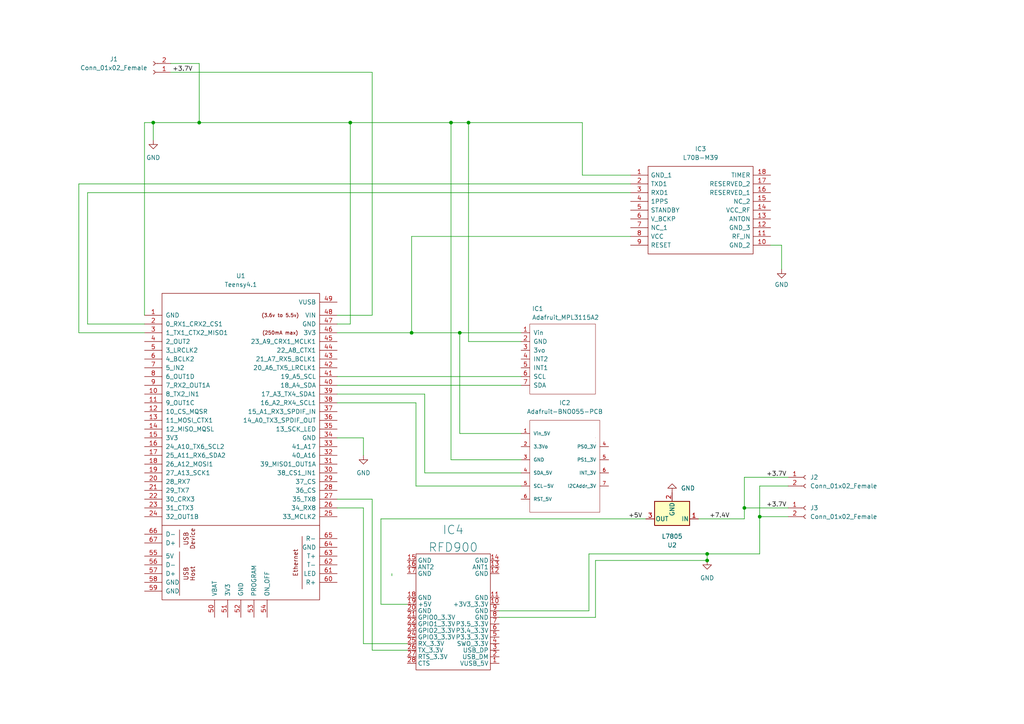
<source format=kicad_sch>
(kicad_sch (version 20211123) (generator eeschema)

  (uuid 7a01c10a-c0f2-4a72-85ca-25996cae50c8)

  (paper "A4")

  (title_block
    (title "Pegasus Flight Computer")
    (date "02/05/2022")
    (rev "1")
  )

  (lib_symbols
    (symbol "Adafruit_BNO055:Adafruit-BNO055-PCB" (pin_names (offset 1.016)) (in_bom yes) (on_board yes)
      (property "Reference" "IC?" (id 0) (at -1.27 14.605 0)
        (effects (font (size 1.27 1.27)) (justify left))
      )
      (property "Value" "Adafruit-BNO055-PCB" (id 1) (at -9.525 12.065 0)
        (effects (font (size 1.27 1.27)) (justify left))
      )
      (property "Footprint" "BNO055:1X10_ROUND_76" (id 2) (at 1.27 9.525 0)
        (effects (font (size 1.27 1.27)) hide)
      )
      (property "Datasheet" "" (id 3) (at -9.525 -18.415 90)
        (effects (font (size 1.27 1.27)) hide)
      )
      (symbol "Adafruit-BNO055-PCB_0_1"
        (rectangle (start -9.525 -18.415) (end 10.795 8.255)
          (stroke (width 0.1016) (type default) (color 0 0 0 0))
          (fill (type none))
        )
        (rectangle (start -8.255 -13.335) (end -8.255 -13.335)
          (stroke (width 0.1016) (type default) (color 0 0 0 0))
          (fill (type none))
        )
        (rectangle (start -8.255 -12.065) (end -8.255 -12.065)
          (stroke (width 0.1016) (type default) (color 0 0 0 0))
          (fill (type none))
        )
      )
      (symbol "Adafruit-BNO055-PCB_1_1"
        (pin power_in line (at 13.335 -14.605 180) (length 2.54)
          (name "Vin_5V" (effects (font (size 0.9906 0.9906))))
          (number "1" (effects (font (size 0.9906 0.9906))))
        )
        (pin bidirectional line (at 13.335 -10.795 180) (length 2.54)
          (name "3.3Vo" (effects (font (size 0.9906 0.9906))))
          (number "2" (effects (font (size 0.9906 0.9906))))
        )
        (pin power_in line (at 13.335 -6.985 180) (length 2.54)
          (name "GND" (effects (font (size 0.9906 0.9906))))
          (number "3" (effects (font (size 0.9906 0.9906))))
        )
        (pin bidirectional line (at -12.065 -10.795 0) (length 2.54)
          (name "PS0_3V" (effects (font (size 0.9906 0.9906))))
          (number "4" (effects (font (size 0.9906 0.9906))))
        )
        (pin bidirectional line (at 13.335 -3.175 180) (length 2.54)
          (name "SDA_5V" (effects (font (size 0.9906 0.9906))))
          (number "4" (effects (font (size 0.9906 0.9906))))
        )
        (pin bidirectional line (at -12.065 -6.985 0) (length 2.54)
          (name "PS1_3V" (effects (font (size 0.9906 0.9906))))
          (number "5" (effects (font (size 0.9906 0.9906))))
        )
        (pin bidirectional line (at 13.335 0.635 180) (length 2.54)
          (name "SCL-5V" (effects (font (size 0.9906 0.9906))))
          (number "5" (effects (font (size 0.9906 0.9906))))
        )
        (pin bidirectional line (at -12.065 -3.175 0) (length 2.54)
          (name "INT_3V" (effects (font (size 0.9906 0.9906))))
          (number "6" (effects (font (size 0.9906 0.9906))))
        )
        (pin bidirectional line (at 13.335 4.445 180) (length 2.54)
          (name "RST_5V" (effects (font (size 0.9906 0.9906))))
          (number "6" (effects (font (size 0.9906 0.9906))))
        )
        (pin bidirectional line (at -12.065 0.635 0) (length 2.54)
          (name "I2CAddr_3V" (effects (font (size 0.9906 0.9906))))
          (number "7" (effects (font (size 0.9906 0.9906))))
        )
      )
    )
    (symbol "Adafruit_MPL3115A2:Adafruit_MPL3115A2" (pin_names (offset 1.016)) (in_bom yes) (on_board yes)
      (property "Reference" "IC?" (id 0) (at 26.67 14.605 0)
        (effects (font (size 1.27 1.27)) (justify left))
      )
      (property "Value" "Adafruit_MPL3115A2" (id 1) (at 18.415 12.065 0)
        (effects (font (size 1.27 1.27)) (justify left))
      )
      (property "Footprint" "MPL3115A2:1x07" (id 2) (at 27.94 9.525 0)
        (effects (font (size 1.27 1.27)) hide)
      )
      (property "Datasheet" "" (id 3) (at 2.2225 7.9375 90)
        (effects (font (size 1.27 1.27)) hide)
      )
      (symbol "Adafruit_MPL3115A2_0_1"
        (rectangle (start 18.7325 8.5725) (end 37.7825 -11.7475)
          (stroke (width 0.1016) (type default) (color 0 0 0 0))
          (fill (type none))
        )
      )
      (symbol "Adafruit_MPL3115A2_1_1"
        (pin bidirectional line (at 16.1925 6.0325 0) (length 2.54)
          (name "Vin" (effects (font (size 1.27 1.27))))
          (number "1" (effects (font (size 1.27 1.27))))
        )
        (pin bidirectional line (at 16.1925 3.4925 0) (length 2.54)
          (name "GND" (effects (font (size 1.27 1.27))))
          (number "2" (effects (font (size 1.27 1.27))))
        )
        (pin bidirectional line (at 16.1925 0.9525 0) (length 2.54)
          (name "3vo" (effects (font (size 1.27 1.27))))
          (number "3" (effects (font (size 1.27 1.27))))
        )
        (pin bidirectional line (at 16.1925 -1.5875 0) (length 2.54)
          (name "INT2" (effects (font (size 1.27 1.27))))
          (number "4" (effects (font (size 1.27 1.27))))
        )
        (pin bidirectional line (at 16.1925 -4.1275 0) (length 2.54)
          (name "INT1" (effects (font (size 1.27 1.27))))
          (number "5" (effects (font (size 1.27 1.27))))
        )
        (pin bidirectional line (at 16.1925 -6.6675 0) (length 2.54)
          (name "SCL" (effects (font (size 1.27 1.27))))
          (number "6" (effects (font (size 1.27 1.27))))
        )
        (pin bidirectional line (at 16.1925 -9.2075 0) (length 2.54)
          (name "SDA" (effects (font (size 1.27 1.27))))
          (number "7" (effects (font (size 1.27 1.27))))
        )
      )
    )
    (symbol "Connector:Conn_01x02_Female" (pin_names (offset 1.016) hide) (in_bom yes) (on_board yes)
      (property "Reference" "J" (id 0) (at 0 2.54 0)
        (effects (font (size 1.27 1.27)))
      )
      (property "Value" "Conn_01x02_Female" (id 1) (at 0 -5.08 0)
        (effects (font (size 1.27 1.27)))
      )
      (property "Footprint" "" (id 2) (at 0 0 0)
        (effects (font (size 1.27 1.27)) hide)
      )
      (property "Datasheet" "~" (id 3) (at 0 0 0)
        (effects (font (size 1.27 1.27)) hide)
      )
      (property "ki_keywords" "connector" (id 4) (at 0 0 0)
        (effects (font (size 1.27 1.27)) hide)
      )
      (property "ki_description" "Generic connector, single row, 01x02, script generated (kicad-library-utils/schlib/autogen/connector/)" (id 5) (at 0 0 0)
        (effects (font (size 1.27 1.27)) hide)
      )
      (property "ki_fp_filters" "Connector*:*_1x??_*" (id 6) (at 0 0 0)
        (effects (font (size 1.27 1.27)) hide)
      )
      (symbol "Conn_01x02_Female_1_1"
        (arc (start 0 -2.032) (mid -0.508 -2.54) (end 0 -3.048)
          (stroke (width 0.1524) (type default) (color 0 0 0 0))
          (fill (type none))
        )
        (polyline
          (pts
            (xy -1.27 -2.54)
            (xy -0.508 -2.54)
          )
          (stroke (width 0.1524) (type default) (color 0 0 0 0))
          (fill (type none))
        )
        (polyline
          (pts
            (xy -1.27 0)
            (xy -0.508 0)
          )
          (stroke (width 0.1524) (type default) (color 0 0 0 0))
          (fill (type none))
        )
        (arc (start 0 0.508) (mid -0.508 0) (end 0 -0.508)
          (stroke (width 0.1524) (type default) (color 0 0 0 0))
          (fill (type none))
        )
        (pin passive line (at -5.08 0 0) (length 3.81)
          (name "Pin_1" (effects (font (size 1.27 1.27))))
          (number "1" (effects (font (size 1.27 1.27))))
        )
        (pin passive line (at -5.08 -2.54 0) (length 3.81)
          (name "Pin_2" (effects (font (size 1.27 1.27))))
          (number "2" (effects (font (size 1.27 1.27))))
        )
      )
    )
    (symbol "Quectel_L70B-M39:L70B-M39" (pin_names (offset 0.762)) (in_bom yes) (on_board yes)
      (property "Reference" "IC" (id 0) (at 36.83 7.62 0)
        (effects (font (size 1.27 1.27)) (justify left))
      )
      (property "Value" "L70B-M39" (id 1) (at 36.83 5.08 0)
        (effects (font (size 1.27 1.27)) (justify left))
      )
      (property "Footprint" "Quectel_L70B-M39:1x18" (id 2) (at 36.83 2.54 0)
        (effects (font (size 1.27 1.27)) (justify left) hide)
      )
      (property "Datasheet" "http://uk.rs-online.com/web/p/products/9084094" (id 3) (at 36.83 0 0)
        (effects (font (size 1.27 1.27)) (justify left) hide)
      )
      (property "Description" "Quectel L70B-M39 GPS Module" (id 4) (at 36.83 -2.54 0)
        (effects (font (size 1.27 1.27)) (justify left) hide)
      )
      (property "Height" "" (id 5) (at 36.83 -5.08 0)
        (effects (font (size 1.27 1.27)) (justify left) hide)
      )
      (property "Manufacturer_Name" "Quectel" (id 6) (at 36.83 -7.62 0)
        (effects (font (size 1.27 1.27)) (justify left) hide)
      )
      (property "Manufacturer_Part_Number" "L70B-M39" (id 7) (at 36.83 -10.16 0)
        (effects (font (size 1.27 1.27)) (justify left) hide)
      )
      (property "Mouser Part Number" "277-L70B-M39" (id 8) (at 36.83 -12.7 0)
        (effects (font (size 1.27 1.27)) (justify left) hide)
      )
      (property "Mouser Price/Stock" "https://www.mouser.co.uk/ProductDetail/Quectel/L70B-M39?qs=GedFDFLaBXEc%2FApFWhGl1g%3D%3D" (id 9) (at 36.83 -15.24 0)
        (effects (font (size 1.27 1.27)) (justify left) hide)
      )
      (property "Arrow Part Number" "L70B-M39" (id 10) (at 36.83 -17.78 0)
        (effects (font (size 1.27 1.27)) (justify left) hide)
      )
      (property "Arrow Price/Stock" "https://www.arrow.com/en/products/l70b-m39/quectel-wireless-solutions-co-ltd" (id 11) (at 36.83 -20.32 0)
        (effects (font (size 1.27 1.27)) (justify left) hide)
      )
      (property "ki_description" "Quectel L70B-M39 GPS Module" (id 12) (at 0 0 0)
        (effects (font (size 1.27 1.27)) hide)
      )
      (symbol "L70B-M39_0_0"
        (pin passive line (at 0 0 0) (length 5.08)
          (name "GND_1" (effects (font (size 1.27 1.27))))
          (number "1" (effects (font (size 1.27 1.27))))
        )
        (pin passive line (at 40.64 -20.32 180) (length 5.08)
          (name "GND_2" (effects (font (size 1.27 1.27))))
          (number "10" (effects (font (size 1.27 1.27))))
        )
        (pin passive line (at 40.64 -17.78 180) (length 5.08)
          (name "RF_IN" (effects (font (size 1.27 1.27))))
          (number "11" (effects (font (size 1.27 1.27))))
        )
        (pin passive line (at 40.64 -15.24 180) (length 5.08)
          (name "GND_3" (effects (font (size 1.27 1.27))))
          (number "12" (effects (font (size 1.27 1.27))))
        )
        (pin passive line (at 40.64 -12.7 180) (length 5.08)
          (name "ANTON" (effects (font (size 1.27 1.27))))
          (number "13" (effects (font (size 1.27 1.27))))
        )
        (pin passive line (at 40.64 -10.16 180) (length 5.08)
          (name "VCC_RF" (effects (font (size 1.27 1.27))))
          (number "14" (effects (font (size 1.27 1.27))))
        )
        (pin passive line (at 40.64 -7.62 180) (length 5.08)
          (name "NC_2" (effects (font (size 1.27 1.27))))
          (number "15" (effects (font (size 1.27 1.27))))
        )
        (pin passive line (at 40.64 -5.08 180) (length 5.08)
          (name "RESERVED_1" (effects (font (size 1.27 1.27))))
          (number "16" (effects (font (size 1.27 1.27))))
        )
        (pin passive line (at 40.64 -2.54 180) (length 5.08)
          (name "RESERVED_2" (effects (font (size 1.27 1.27))))
          (number "17" (effects (font (size 1.27 1.27))))
        )
        (pin passive line (at 40.64 0 180) (length 5.08)
          (name "TIMER" (effects (font (size 1.27 1.27))))
          (number "18" (effects (font (size 1.27 1.27))))
        )
        (pin passive line (at 0 -2.54 0) (length 5.08)
          (name "TXD1" (effects (font (size 1.27 1.27))))
          (number "2" (effects (font (size 1.27 1.27))))
        )
        (pin passive line (at 0 -5.08 0) (length 5.08)
          (name "RXD1" (effects (font (size 1.27 1.27))))
          (number "3" (effects (font (size 1.27 1.27))))
        )
        (pin passive line (at 0 -7.62 0) (length 5.08)
          (name "1PPS" (effects (font (size 1.27 1.27))))
          (number "4" (effects (font (size 1.27 1.27))))
        )
        (pin passive line (at 0 -10.16 0) (length 5.08)
          (name "STANDBY" (effects (font (size 1.27 1.27))))
          (number "5" (effects (font (size 1.27 1.27))))
        )
        (pin passive line (at 0 -12.7 0) (length 5.08)
          (name "V_BCKP" (effects (font (size 1.27 1.27))))
          (number "6" (effects (font (size 1.27 1.27))))
        )
        (pin passive line (at 0 -15.24 0) (length 5.08)
          (name "NC_1" (effects (font (size 1.27 1.27))))
          (number "7" (effects (font (size 1.27 1.27))))
        )
        (pin passive line (at 0 -17.78 0) (length 5.08)
          (name "VCC" (effects (font (size 1.27 1.27))))
          (number "8" (effects (font (size 1.27 1.27))))
        )
        (pin passive line (at 0 -20.32 0) (length 5.08)
          (name "RESET" (effects (font (size 1.27 1.27))))
          (number "9" (effects (font (size 1.27 1.27))))
        )
      )
      (symbol "L70B-M39_0_1"
        (polyline
          (pts
            (xy 5.08 2.54)
            (xy 35.56 2.54)
            (xy 35.56 -22.86)
            (xy 5.08 -22.86)
            (xy 5.08 2.54)
          )
          (stroke (width 0.1524) (type default) (color 0 0 0 0))
          (fill (type none))
        )
      )
    )
    (symbol "RFD900:RFD900" (in_bom yes) (on_board yes)
      (property "Reference" "IC" (id 0) (at 11.43 42.545 0)
        (effects (font (size 2.5 2.5)))
      )
      (property "Value" "RFD900" (id 1) (at 11.43 38.1 0)
        (effects (font (size 2.5 2.5)))
      )
      (property "Footprint" "RFD900:1x28" (id 2) (at 10.795 34.925 0)
        (effects (font (size 1.27 1.27)) hide)
      )
      (property "Datasheet" "" (id 3) (at 11.43 39.37 0)
        (effects (font (size 1.27 1.27)) hide)
      )
      (symbol "RFD900_0_1"
        (rectangle (start 0 0) (end 21.59 33.655)
          (stroke (width 0) (type default) (color 0 0 0 0))
          (fill (type none))
        )
      )
      (symbol "RFD900_1_1"
        (pin input line (at 24.13 1.905 180) (length 2.54)
          (name "VUSB_5V" (effects (font (size 1.27 1.27))))
          (number "1" (effects (font (size 1.27 1.27))))
        )
        (pin power_out line (at 24.13 19.05 180) (length 2.54)
          (name "+3V3_3.3V" (effects (font (size 1.27 1.27))))
          (number "10" (effects (font (size 1.27 1.27))))
        )
        (pin power_in line (at 24.13 20.955 180) (length 2.54)
          (name "GND" (effects (font (size 1.27 1.27))))
          (number "11" (effects (font (size 1.27 1.27))))
        )
        (pin power_in line (at 24.13 27.94 180) (length 2.54)
          (name "GND" (effects (font (size 1.27 1.27))))
          (number "12" (effects (font (size 1.27 1.27))))
        )
        (pin passive line (at 24.13 29.845 180) (length 2.54)
          (name "ANT1" (effects (font (size 1.27 1.27))))
          (number "13" (effects (font (size 1.27 1.27))))
        )
        (pin power_in line (at 24.13 31.75 180) (length 2.54)
          (name "GND" (effects (font (size 1.27 1.27))))
          (number "14" (effects (font (size 1.27 1.27))))
        )
        (pin power_in line (at -2.54 31.75 0) (length 2.54)
          (name "GND" (effects (font (size 1.27 1.27))))
          (number "15" (effects (font (size 1.27 1.27))))
        )
        (pin passive line (at -2.54 29.845 0) (length 2.54)
          (name "ANT2" (effects (font (size 1.27 1.27))))
          (number "16" (effects (font (size 1.27 1.27))))
        )
        (pin power_in line (at -2.54 27.94 0) (length 2.54)
          (name "GND" (effects (font (size 1.27 1.27))))
          (number "17" (effects (font (size 1.27 1.27))))
        )
        (pin power_in line (at -2.54 20.955 0) (length 2.54)
          (name "GND" (effects (font (size 1.27 1.27))))
          (number "18" (effects (font (size 1.27 1.27))))
        )
        (pin power_in line (at -2.54 19.05 0) (length 2.54)
          (name "+5V" (effects (font (size 1.27 1.27))))
          (number "19" (effects (font (size 1.27 1.27))))
        )
        (pin input line (at 24.13 3.81 180) (length 2.54)
          (name "USB_DM" (effects (font (size 1.27 1.27))))
          (number "2" (effects (font (size 1.27 1.27))))
        )
        (pin power_in line (at -2.54 17.145 0) (length 2.54)
          (name "GND" (effects (font (size 1.27 1.27))))
          (number "20" (effects (font (size 1.27 1.27))))
        )
        (pin bidirectional line (at -2.54 15.24 0) (length 2.54)
          (name "GPIO0_3.3V" (effects (font (size 1.27 1.27))))
          (number "21" (effects (font (size 1.27 1.27))))
        )
        (pin bidirectional line (at -2.54 13.335 0) (length 2.54)
          (name "GPIO1_3.3V" (effects (font (size 1.27 1.27))))
          (number "22" (effects (font (size 1.27 1.27))))
        )
        (pin bidirectional line (at -2.54 11.43 0) (length 2.54)
          (name "GPIO2_3.3V" (effects (font (size 1.27 1.27))))
          (number "23" (effects (font (size 1.27 1.27))))
        )
        (pin bidirectional line (at -2.54 9.525 0) (length 2.54)
          (name "GPIO3_3.3V" (effects (font (size 1.27 1.27))))
          (number "24" (effects (font (size 1.27 1.27))))
        )
        (pin input line (at -2.54 7.62 0) (length 2.54)
          (name "RX_3.3V" (effects (font (size 1.27 1.27))))
          (number "25" (effects (font (size 1.27 1.27))))
        )
        (pin output line (at -2.54 5.715 0) (length 2.54)
          (name "TX_3.3V" (effects (font (size 1.27 1.27))))
          (number "26" (effects (font (size 1.27 1.27))))
        )
        (pin output line (at -2.54 3.81 0) (length 2.54)
          (name "RTS_3.3V" (effects (font (size 1.27 1.27))))
          (number "27" (effects (font (size 1.27 1.27))))
        )
        (pin input line (at -2.54 1.905 0) (length 2.54)
          (name "CTS" (effects (font (size 1.27 1.27))))
          (number "28" (effects (font (size 1.27 1.27))))
        )
        (pin input line (at 24.13 5.715 180) (length 2.54)
          (name "USB_DP" (effects (font (size 1.27 1.27))))
          (number "3" (effects (font (size 1.27 1.27))))
        )
        (pin output line (at 24.13 7.62 180) (length 2.54)
          (name "SWO_3.3V" (effects (font (size 1.27 1.27))))
          (number "4" (effects (font (size 1.27 1.27))))
        )
        (pin bidirectional line (at 24.13 9.525 180) (length 2.54)
          (name "P3.3_3.3V" (effects (font (size 1.27 1.27))))
          (number "5" (effects (font (size 1.27 1.27))))
        )
        (pin bidirectional line (at 24.13 11.43 180) (length 2.54)
          (name "P3.4_3.3V" (effects (font (size 1.27 1.27))))
          (number "6" (effects (font (size 1.27 1.27))))
        )
        (pin bidirectional line (at 24.13 13.335 180) (length 2.54)
          (name "P3.5_3.3V" (effects (font (size 1.27 1.27))))
          (number "7" (effects (font (size 1.27 1.27))))
        )
        (pin bidirectional line (at 24.13 15.24 180) (length 2.54)
          (name "GND" (effects (font (size 1.27 1.27))))
          (number "8" (effects (font (size 1.27 1.27))))
        )
        (pin bidirectional line (at 24.13 17.145 180) (length 2.54)
          (name "GND" (effects (font (size 1.27 1.27))))
          (number "9" (effects (font (size 1.27 1.27))))
        )
      )
    )
    (symbol "Regulator_Linear:L7805" (pin_names (offset 0.254)) (in_bom yes) (on_board yes)
      (property "Reference" "U" (id 0) (at -3.81 3.175 0)
        (effects (font (size 1.27 1.27)))
      )
      (property "Value" "L7805" (id 1) (at 0 3.175 0)
        (effects (font (size 1.27 1.27)) (justify left))
      )
      (property "Footprint" "" (id 2) (at 0.635 -3.81 0)
        (effects (font (size 1.27 1.27) italic) (justify left) hide)
      )
      (property "Datasheet" "http://www.st.com/content/ccc/resource/technical/document/datasheet/41/4f/b3/b0/12/d4/47/88/CD00000444.pdf/files/CD00000444.pdf/jcr:content/translations/en.CD00000444.pdf" (id 3) (at 0 -1.27 0)
        (effects (font (size 1.27 1.27)) hide)
      )
      (property "ki_keywords" "Voltage Regulator 1.5A Positive" (id 4) (at 0 0 0)
        (effects (font (size 1.27 1.27)) hide)
      )
      (property "ki_description" "Positive 1.5A 35V Linear Regulator, Fixed Output 5V, TO-220/TO-263/TO-252" (id 5) (at 0 0 0)
        (effects (font (size 1.27 1.27)) hide)
      )
      (property "ki_fp_filters" "TO?252* TO?263* TO?220*" (id 6) (at 0 0 0)
        (effects (font (size 1.27 1.27)) hide)
      )
      (symbol "L7805_0_1"
        (rectangle (start -5.08 1.905) (end 5.08 -5.08)
          (stroke (width 0.254) (type default) (color 0 0 0 0))
          (fill (type background))
        )
      )
      (symbol "L7805_1_1"
        (pin power_in line (at -7.62 0 0) (length 2.54)
          (name "IN" (effects (font (size 1.27 1.27))))
          (number "1" (effects (font (size 1.27 1.27))))
        )
        (pin power_in line (at 0 -7.62 90) (length 2.54)
          (name "GND" (effects (font (size 1.27 1.27))))
          (number "2" (effects (font (size 1.27 1.27))))
        )
        (pin power_out line (at 7.62 0 180) (length 2.54)
          (name "OUT" (effects (font (size 1.27 1.27))))
          (number "3" (effects (font (size 1.27 1.27))))
        )
      )
    )
    (symbol "power:GND" (power) (pin_names (offset 0)) (in_bom yes) (on_board yes)
      (property "Reference" "#PWR" (id 0) (at 0 -6.35 0)
        (effects (font (size 1.27 1.27)) hide)
      )
      (property "Value" "GND" (id 1) (at 0 -3.81 0)
        (effects (font (size 1.27 1.27)))
      )
      (property "Footprint" "" (id 2) (at 0 0 0)
        (effects (font (size 1.27 1.27)) hide)
      )
      (property "Datasheet" "" (id 3) (at 0 0 0)
        (effects (font (size 1.27 1.27)) hide)
      )
      (property "ki_keywords" "power-flag" (id 4) (at 0 0 0)
        (effects (font (size 1.27 1.27)) hide)
      )
      (property "ki_description" "Power symbol creates a global label with name \"GND\" , ground" (id 5) (at 0 0 0)
        (effects (font (size 1.27 1.27)) hide)
      )
      (symbol "GND_0_1"
        (polyline
          (pts
            (xy 0 0)
            (xy 0 -1.27)
            (xy 1.27 -1.27)
            (xy 0 -2.54)
            (xy -1.27 -1.27)
            (xy 0 -1.27)
          )
          (stroke (width 0) (type default) (color 0 0 0 0))
          (fill (type none))
        )
      )
      (symbol "GND_1_1"
        (pin power_in line (at 0 0 270) (length 0) hide
          (name "GND" (effects (font (size 1.27 1.27))))
          (number "1" (effects (font (size 1.27 1.27))))
        )
      )
    )
    (symbol "teensy:Teensy4.1" (pin_names (offset 1.016)) (in_bom yes) (on_board yes)
      (property "Reference" "U" (id 0) (at 0 64.77 0)
        (effects (font (size 1.27 1.27)))
      )
      (property "Value" "Teensy4.1" (id 1) (at 0 62.23 0)
        (effects (font (size 1.27 1.27)))
      )
      (property "Footprint" "" (id 2) (at -10.16 10.16 0)
        (effects (font (size 1.27 1.27)) hide)
      )
      (property "Datasheet" "" (id 3) (at -10.16 10.16 0)
        (effects (font (size 1.27 1.27)) hide)
      )
      (symbol "Teensy4.1_0_0"
        (polyline
          (pts
            (xy -22.86 -6.35)
            (xy 22.86 -6.35)
          )
          (stroke (width 0) (type default) (color 0 0 0 0))
          (fill (type none))
        )
        (polyline
          (pts
            (xy -17.78 -26.67)
            (xy -17.78 -13.97)
          )
          (stroke (width 0) (type default) (color 0 0 0 0))
          (fill (type none))
        )
        (polyline
          (pts
            (xy -17.78 -7.62)
            (xy -17.78 -12.7)
          )
          (stroke (width 0) (type default) (color 0 0 0 0))
          (fill (type none))
        )
        (polyline
          (pts
            (xy 17.78 -9.525)
            (xy 17.78 -24.765)
          )
          (stroke (width 0) (type default) (color 0 0 0 0))
          (fill (type none))
        )
        (text "(250mA max)" (at 11.43 49.53 0)
          (effects (font (size 1.016 1.016)))
        )
        (text "(3.6v to 5.5v)" (at 11.43 54.61 0)
          (effects (font (size 1.016 1.016)))
        )
        (text "Device" (at -13.97 -10.16 900)
          (effects (font (size 1.27 1.27)))
        )
        (text "Ethernet" (at 15.875 -17.145 900)
          (effects (font (size 1.27 1.27)))
        )
        (text "Host" (at -13.97 -20.32 900)
          (effects (font (size 1.27 1.27)))
        )
        (text "USB" (at -15.875 -20.32 900)
          (effects (font (size 1.27 1.27)))
        )
        (text "USB" (at -15.875 -10.16 900)
          (effects (font (size 1.27 1.27)))
        )
        (pin bidirectional line (at -27.94 31.75 0) (length 5.08)
          (name "8_TX2_IN1" (effects (font (size 1.27 1.27))))
          (number "10" (effects (font (size 1.27 1.27))))
        )
        (pin bidirectional line (at -27.94 29.21 0) (length 5.08)
          (name "9_OUT1C" (effects (font (size 1.27 1.27))))
          (number "11" (effects (font (size 1.27 1.27))))
        )
        (pin bidirectional line (at -27.94 26.67 0) (length 5.08)
          (name "10_CS_MQSR" (effects (font (size 1.27 1.27))))
          (number "12" (effects (font (size 1.27 1.27))))
        )
        (pin bidirectional line (at -27.94 24.13 0) (length 5.08)
          (name "11_MOSI_CTX1" (effects (font (size 1.27 1.27))))
          (number "13" (effects (font (size 1.27 1.27))))
        )
        (pin bidirectional line (at -27.94 21.59 0) (length 5.08)
          (name "12_MISO_MQSL" (effects (font (size 1.27 1.27))))
          (number "14" (effects (font (size 1.27 1.27))))
        )
        (pin power_in line (at -27.94 19.05 0) (length 5.08)
          (name "3V3" (effects (font (size 1.27 1.27))))
          (number "15" (effects (font (size 1.27 1.27))))
        )
        (pin bidirectional line (at -27.94 16.51 0) (length 5.08)
          (name "24_A10_TX6_SCL2" (effects (font (size 1.27 1.27))))
          (number "16" (effects (font (size 1.27 1.27))))
        )
        (pin bidirectional line (at -27.94 13.97 0) (length 5.08)
          (name "25_A11_RX6_SDA2" (effects (font (size 1.27 1.27))))
          (number "17" (effects (font (size 1.27 1.27))))
        )
        (pin bidirectional line (at -27.94 11.43 0) (length 5.08)
          (name "26_A12_MOSI1" (effects (font (size 1.27 1.27))))
          (number "18" (effects (font (size 1.27 1.27))))
        )
        (pin bidirectional line (at -27.94 8.89 0) (length 5.08)
          (name "27_A13_SCK1" (effects (font (size 1.27 1.27))))
          (number "19" (effects (font (size 1.27 1.27))))
        )
        (pin bidirectional line (at -27.94 6.35 0) (length 5.08)
          (name "28_RX7" (effects (font (size 1.27 1.27))))
          (number "20" (effects (font (size 1.27 1.27))))
        )
        (pin bidirectional line (at -27.94 3.81 0) (length 5.08)
          (name "29_TX7" (effects (font (size 1.27 1.27))))
          (number "21" (effects (font (size 1.27 1.27))))
        )
        (pin bidirectional line (at -27.94 1.27 0) (length 5.08)
          (name "30_CRX3" (effects (font (size 1.27 1.27))))
          (number "22" (effects (font (size 1.27 1.27))))
        )
        (pin bidirectional line (at -27.94 -1.27 0) (length 5.08)
          (name "31_CTX3" (effects (font (size 1.27 1.27))))
          (number "23" (effects (font (size 1.27 1.27))))
        )
        (pin bidirectional line (at -27.94 -3.81 0) (length 5.08)
          (name "32_OUT1B" (effects (font (size 1.27 1.27))))
          (number "24" (effects (font (size 1.27 1.27))))
        )
        (pin bidirectional line (at 27.94 -3.81 180) (length 5.08)
          (name "33_MCLK2" (effects (font (size 1.27 1.27))))
          (number "25" (effects (font (size 1.27 1.27))))
        )
        (pin bidirectional line (at 27.94 -1.27 180) (length 5.08)
          (name "34_RX8" (effects (font (size 1.27 1.27))))
          (number "26" (effects (font (size 1.27 1.27))))
        )
        (pin bidirectional line (at 27.94 1.27 180) (length 5.08)
          (name "35_TX8" (effects (font (size 1.27 1.27))))
          (number "27" (effects (font (size 1.27 1.27))))
        )
        (pin bidirectional line (at 27.94 3.81 180) (length 5.08)
          (name "36_CS" (effects (font (size 1.27 1.27))))
          (number "28" (effects (font (size 1.27 1.27))))
        )
        (pin bidirectional line (at 27.94 6.35 180) (length 5.08)
          (name "37_CS" (effects (font (size 1.27 1.27))))
          (number "29" (effects (font (size 1.27 1.27))))
        )
        (pin bidirectional line (at 27.94 8.89 180) (length 5.08)
          (name "38_CS1_IN1" (effects (font (size 1.27 1.27))))
          (number "30" (effects (font (size 1.27 1.27))))
        )
        (pin bidirectional line (at 27.94 11.43 180) (length 5.08)
          (name "39_MISO1_OUT1A" (effects (font (size 1.27 1.27))))
          (number "31" (effects (font (size 1.27 1.27))))
        )
        (pin bidirectional line (at 27.94 13.97 180) (length 5.08)
          (name "40_A16" (effects (font (size 1.27 1.27))))
          (number "32" (effects (font (size 1.27 1.27))))
        )
        (pin bidirectional line (at 27.94 16.51 180) (length 5.08)
          (name "41_A17" (effects (font (size 1.27 1.27))))
          (number "33" (effects (font (size 1.27 1.27))))
        )
        (pin bidirectional line (at 27.94 21.59 180) (length 5.08)
          (name "13_SCK_LED" (effects (font (size 1.27 1.27))))
          (number "35" (effects (font (size 1.27 1.27))))
        )
        (pin bidirectional line (at 27.94 24.13 180) (length 5.08)
          (name "14_A0_TX3_SPDIF_OUT" (effects (font (size 1.27 1.27))))
          (number "36" (effects (font (size 1.27 1.27))))
        )
        (pin bidirectional line (at 27.94 26.67 180) (length 5.08)
          (name "15_A1_RX3_SPDIF_IN" (effects (font (size 1.27 1.27))))
          (number "37" (effects (font (size 1.27 1.27))))
        )
        (pin bidirectional line (at 27.94 29.21 180) (length 5.08)
          (name "16_A2_RX4_SCL1" (effects (font (size 1.27 1.27))))
          (number "38" (effects (font (size 1.27 1.27))))
        )
        (pin bidirectional line (at 27.94 31.75 180) (length 5.08)
          (name "17_A3_TX4_SDA1" (effects (font (size 1.27 1.27))))
          (number "39" (effects (font (size 1.27 1.27))))
        )
        (pin bidirectional line (at 27.94 34.29 180) (length 5.08)
          (name "18_A4_SDA" (effects (font (size 1.27 1.27))))
          (number "40" (effects (font (size 1.27 1.27))))
        )
        (pin bidirectional line (at 27.94 36.83 180) (length 5.08)
          (name "19_A5_SCL" (effects (font (size 1.27 1.27))))
          (number "41" (effects (font (size 1.27 1.27))))
        )
        (pin bidirectional line (at 27.94 39.37 180) (length 5.08)
          (name "20_A6_TX5_LRCLK1" (effects (font (size 1.27 1.27))))
          (number "42" (effects (font (size 1.27 1.27))))
        )
        (pin bidirectional line (at 27.94 41.91 180) (length 5.08)
          (name "21_A7_RX5_BCLK1" (effects (font (size 1.27 1.27))))
          (number "43" (effects (font (size 1.27 1.27))))
        )
        (pin bidirectional line (at 27.94 44.45 180) (length 5.08)
          (name "22_A8_CTX1" (effects (font (size 1.27 1.27))))
          (number "44" (effects (font (size 1.27 1.27))))
        )
        (pin bidirectional line (at 27.94 46.99 180) (length 5.08)
          (name "23_A9_CRX1_MCLK1" (effects (font (size 1.27 1.27))))
          (number "45" (effects (font (size 1.27 1.27))))
        )
        (pin output line (at 27.94 49.53 180) (length 5.08)
          (name "3V3" (effects (font (size 1.27 1.27))))
          (number "46" (effects (font (size 1.27 1.27))))
        )
        (pin output line (at 27.94 52.07 180) (length 5.08)
          (name "GND" (effects (font (size 1.27 1.27))))
          (number "47" (effects (font (size 1.27 1.27))))
        )
        (pin power_in line (at 27.94 54.61 180) (length 5.08)
          (name "VIN" (effects (font (size 1.27 1.27))))
          (number "48" (effects (font (size 1.27 1.27))))
        )
        (pin power_out line (at 27.94 58.42 180) (length 5.08)
          (name "VUSB" (effects (font (size 1.27 1.27))))
          (number "49" (effects (font (size 1.27 1.27))))
        )
        (pin bidirectional line (at -27.94 44.45 0) (length 5.08)
          (name "3_LRCLK2" (effects (font (size 1.27 1.27))))
          (number "5" (effects (font (size 1.27 1.27))))
        )
        (pin power_in line (at -7.62 -33.02 90) (length 5.08)
          (name "VBAT" (effects (font (size 1.27 1.27))))
          (number "50" (effects (font (size 1.27 1.27))))
        )
        (pin power_in line (at -3.81 -33.02 90) (length 5.08)
          (name "3V3" (effects (font (size 1.27 1.27))))
          (number "51" (effects (font (size 1.27 1.27))))
        )
        (pin input line (at 0 -33.02 90) (length 5.08)
          (name "GND" (effects (font (size 1.27 1.27))))
          (number "52" (effects (font (size 1.27 1.27))))
        )
        (pin input line (at 3.81 -33.02 90) (length 5.08)
          (name "PROGRAM" (effects (font (size 1.27 1.27))))
          (number "53" (effects (font (size 1.27 1.27))))
        )
        (pin input line (at 7.62 -33.02 90) (length 5.08)
          (name "ON_OFF" (effects (font (size 1.27 1.27))))
          (number "54" (effects (font (size 1.27 1.27))))
        )
        (pin power_out line (at -27.94 -15.24 0) (length 5.08)
          (name "5V" (effects (font (size 1.27 1.27))))
          (number "55" (effects (font (size 1.27 1.27))))
        )
        (pin bidirectional line (at -27.94 -17.78 0) (length 5.08)
          (name "D-" (effects (font (size 1.27 1.27))))
          (number "56" (effects (font (size 1.27 1.27))))
        )
        (pin bidirectional line (at -27.94 -20.32 0) (length 5.08)
          (name "D+" (effects (font (size 1.27 1.27))))
          (number "57" (effects (font (size 1.27 1.27))))
        )
        (pin power_in line (at -27.94 -22.86 0) (length 5.08)
          (name "GND" (effects (font (size 1.27 1.27))))
          (number "58" (effects (font (size 1.27 1.27))))
        )
        (pin power_in line (at -27.94 -25.4 0) (length 5.08)
          (name "GND" (effects (font (size 1.27 1.27))))
          (number "59" (effects (font (size 1.27 1.27))))
        )
        (pin bidirectional line (at -27.94 41.91 0) (length 5.08)
          (name "4_BCLK2" (effects (font (size 1.27 1.27))))
          (number "6" (effects (font (size 1.27 1.27))))
        )
        (pin bidirectional line (at 27.94 -22.86 180) (length 5.08)
          (name "R+" (effects (font (size 1.27 1.27))))
          (number "60" (effects (font (size 1.27 1.27))))
        )
        (pin bidirectional line (at 27.94 -20.32 180) (length 5.08)
          (name "LED" (effects (font (size 1.27 1.27))))
          (number "61" (effects (font (size 1.27 1.27))))
        )
        (pin bidirectional line (at 27.94 -17.78 180) (length 5.08)
          (name "T-" (effects (font (size 1.27 1.27))))
          (number "62" (effects (font (size 1.27 1.27))))
        )
        (pin bidirectional line (at 27.94 -15.24 180) (length 5.08)
          (name "T+" (effects (font (size 1.27 1.27))))
          (number "63" (effects (font (size 1.27 1.27))))
        )
        (pin power_in line (at 27.94 -12.7 180) (length 5.08)
          (name "GND" (effects (font (size 1.27 1.27))))
          (number "64" (effects (font (size 1.27 1.27))))
        )
        (pin bidirectional line (at 27.94 -10.16 180) (length 5.08)
          (name "R-" (effects (font (size 1.27 1.27))))
          (number "65" (effects (font (size 1.27 1.27))))
        )
        (pin bidirectional line (at -27.94 -8.89 0) (length 5.08)
          (name "D-" (effects (font (size 1.27 1.27))))
          (number "66" (effects (font (size 1.27 1.27))))
        )
        (pin bidirectional line (at -27.94 -11.43 0) (length 5.08)
          (name "D+" (effects (font (size 1.27 1.27))))
          (number "67" (effects (font (size 1.27 1.27))))
        )
        (pin bidirectional line (at -27.94 39.37 0) (length 5.08)
          (name "5_IN2" (effects (font (size 1.27 1.27))))
          (number "7" (effects (font (size 1.27 1.27))))
        )
        (pin bidirectional line (at -27.94 36.83 0) (length 5.08)
          (name "6_OUT1D" (effects (font (size 1.27 1.27))))
          (number "8" (effects (font (size 1.27 1.27))))
        )
        (pin bidirectional line (at -27.94 34.29 0) (length 5.08)
          (name "7_RX2_OUT1A" (effects (font (size 1.27 1.27))))
          (number "9" (effects (font (size 1.27 1.27))))
        )
      )
      (symbol "Teensy4.1_0_1"
        (rectangle (start -22.86 60.96) (end 22.86 -27.94)
          (stroke (width 0) (type default) (color 0 0 0 0))
          (fill (type none))
        )
        (rectangle (start -20.32 -1.27) (end -20.32 -1.27)
          (stroke (width 0) (type default) (color 0 0 0 0))
          (fill (type none))
        )
      )
      (symbol "Teensy4.1_1_1"
        (pin power_in line (at -27.94 54.61 0) (length 5.08)
          (name "GND" (effects (font (size 1.27 1.27))))
          (number "1" (effects (font (size 1.27 1.27))))
        )
        (pin bidirectional line (at -27.94 52.07 0) (length 5.08)
          (name "0_RX1_CRX2_CS1" (effects (font (size 1.27 1.27))))
          (number "2" (effects (font (size 1.27 1.27))))
        )
        (pin bidirectional line (at -27.94 49.53 0) (length 5.08)
          (name "1_TX1_CTX2_MISO1" (effects (font (size 1.27 1.27))))
          (number "3" (effects (font (size 1.27 1.27))))
        )
        (pin power_in line (at 27.94 19.05 180) (length 5.08)
          (name "GND" (effects (font (size 1.27 1.27))))
          (number "34" (effects (font (size 1.27 1.27))))
        )
        (pin bidirectional line (at -27.94 46.99 0) (length 5.08)
          (name "2_OUT2" (effects (font (size 1.27 1.27))))
          (number "4" (effects (font (size 1.27 1.27))))
        )
      )
    )
  )

  (junction (at 205.105 162.56) (diameter 0) (color 0 0 0 0)
    (uuid 02de0898-a3ed-4f13-8156-3bd71bb710e4)
  )
  (junction (at 101.6 35.56) (diameter 0) (color 0 0 0 0)
    (uuid 090caf31-51ae-432e-a02b-3b720d6d38ad)
  )
  (junction (at 220.345 149.86) (diameter 0) (color 0 0 0 0)
    (uuid 1f5d0609-6328-4e88-86b2-38e6cc1e4a3c)
  )
  (junction (at 135.89 35.56) (diameter 0) (color 0 0 0 0)
    (uuid 20f284e5-9543-4c53-93e2-8c084938d243)
  )
  (junction (at 130.81 35.56) (diameter 0) (color 0 0 0 0)
    (uuid 37bdf3fe-c54a-4aaa-ab0c-c4d75df461c9)
  )
  (junction (at 133.35 96.52) (diameter 0) (color 0 0 0 0)
    (uuid 5f5731a7-ef84-40be-a77f-3db5042c55a5)
  )
  (junction (at 44.45 35.56) (diameter 0) (color 0 0 0 0)
    (uuid 6c0581dc-a8b2-424b-b3e8-8caa116f9c4d)
  )
  (junction (at 215.9 147.32) (diameter 0) (color 0 0 0 0)
    (uuid 9c2e0be5-7420-4146-9d8d-878fa8ac83ab)
  )
  (junction (at 119.38 96.52) (diameter 0) (color 0 0 0 0)
    (uuid ced2a221-d1de-41a1-9c6b-2d597dadf267)
  )
  (junction (at 205.105 160.655) (diameter 0) (color 0 0 0 0)
    (uuid d43a1d25-d37a-467a-8b09-10cf2e2ace09)
  )
  (junction (at 57.785 35.56) (diameter 0) (color 0 0 0 0)
    (uuid ff74e1b8-9266-4e59-a4a8-c26e253f689d)
  )

  (wire (pts (xy 105.41 127) (xy 105.41 132.08))
    (stroke (width 0) (type default) (color 0 0 0 0))
    (uuid 0dbca22a-701e-44e3-8902-d40427d37866)
  )
  (wire (pts (xy 220.345 149.86) (xy 228.6 149.86))
    (stroke (width 0) (type default) (color 0 0 0 0))
    (uuid 1419b495-bc63-4b9b-961a-7608e7a5f12d)
  )
  (wire (pts (xy 223.52 71.12) (xy 226.695 71.12))
    (stroke (width 0) (type default) (color 0 0 0 0))
    (uuid 179d2034-41ed-4d84-ab10-27222f269ac7)
  )
  (wire (pts (xy 133.35 125.73) (xy 151.13 125.73))
    (stroke (width 0) (type default) (color 0 0 0 0))
    (uuid 1c87dee8-3312-426e-8f9c-20933cc372c8)
  )
  (wire (pts (xy 205.105 160.655) (xy 205.105 162.56))
    (stroke (width 0) (type default) (color 0 0 0 0))
    (uuid 1e214d74-e879-4304-83d8-e244b8fe5116)
  )
  (wire (pts (xy 49.53 18.415) (xy 57.785 18.415))
    (stroke (width 0) (type default) (color 0 0 0 0))
    (uuid 1f56795d-29f8-42b7-be1e-37d9e4c9cf7b)
  )
  (wire (pts (xy 144.78 179.07) (xy 172.72 179.07))
    (stroke (width 0) (type default) (color 0 0 0 0))
    (uuid 2cb4249f-2cca-4c84-83eb-ac3902b2fb08)
  )
  (wire (pts (xy 110.49 175.26) (xy 118.11 175.26))
    (stroke (width 0) (type default) (color 0 0 0 0))
    (uuid 2f93aaa6-7a30-4f23-8a61-491fedd681a8)
  )
  (wire (pts (xy 97.79 127) (xy 105.41 127))
    (stroke (width 0) (type default) (color 0 0 0 0))
    (uuid 32a97c1f-c054-44d0-bd38-35e8ba32dd61)
  )
  (wire (pts (xy 168.91 50.8) (xy 168.91 35.56))
    (stroke (width 0) (type default) (color 0 0 0 0))
    (uuid 335a46ca-663d-43cc-8ce3-ace2ab0b289b)
  )
  (wire (pts (xy 119.38 96.52) (xy 133.35 96.52))
    (stroke (width 0) (type default) (color 0 0 0 0))
    (uuid 33eb99bd-0a46-4c15-9d53-7092f0107234)
  )
  (wire (pts (xy 172.72 162.56) (xy 205.105 162.56))
    (stroke (width 0) (type default) (color 0 0 0 0))
    (uuid 34c5dcf0-461d-440f-a5dc-5caffe9ba44e)
  )
  (wire (pts (xy 187.325 150.495) (xy 110.49 150.495))
    (stroke (width 0) (type default) (color 0 0 0 0))
    (uuid 353643a2-837e-4c46-b3a8-25ffff3345c4)
  )
  (wire (pts (xy 228.6 147.32) (xy 215.9 147.32))
    (stroke (width 0) (type default) (color 0 0 0 0))
    (uuid 382e15e1-9a67-4351-88cc-5a549d83002a)
  )
  (wire (pts (xy 105.41 186.69) (xy 105.41 147.32))
    (stroke (width 0) (type default) (color 0 0 0 0))
    (uuid 387d3bdf-1729-4904-8eee-20e72b775ea9)
  )
  (wire (pts (xy 107.95 144.78) (xy 97.79 144.78))
    (stroke (width 0) (type default) (color 0 0 0 0))
    (uuid 396a2be2-3361-495e-acf2-0c30ac10a74b)
  )
  (wire (pts (xy 123.19 137.16) (xy 151.13 137.16))
    (stroke (width 0) (type default) (color 0 0 0 0))
    (uuid 39b86d8c-80b5-454c-928e-3b4d6f79f5df)
  )
  (wire (pts (xy 41.91 93.98) (xy 25.4 93.98))
    (stroke (width 0) (type default) (color 0 0 0 0))
    (uuid 3ed9bf9e-9c72-4910-aa33-557a2724ae81)
  )
  (wire (pts (xy 22.86 96.52) (xy 22.86 53.34))
    (stroke (width 0) (type default) (color 0 0 0 0))
    (uuid 41cabe0e-f0aa-42af-8f89-84ea0cc09125)
  )
  (wire (pts (xy 220.345 149.86) (xy 220.345 160.655))
    (stroke (width 0) (type default) (color 0 0 0 0))
    (uuid 4a9eeb32-8743-438b-9ede-04fa54da5794)
  )
  (wire (pts (xy 57.785 18.415) (xy 57.785 35.56))
    (stroke (width 0) (type default) (color 0 0 0 0))
    (uuid 4d5ab2cc-aedd-439c-b661-819508dad129)
  )
  (wire (pts (xy 226.695 71.12) (xy 226.695 78.105))
    (stroke (width 0) (type default) (color 0 0 0 0))
    (uuid 517264cf-11e6-4298-8764-a8780c170ea9)
  )
  (wire (pts (xy 170.815 177.165) (xy 170.815 160.655))
    (stroke (width 0) (type default) (color 0 0 0 0))
    (uuid 522b9794-e883-4720-aff6-2d2adba7a654)
  )
  (wire (pts (xy 182.88 68.58) (xy 119.38 68.58))
    (stroke (width 0) (type default) (color 0 0 0 0))
    (uuid 555f8674-0c00-417f-a1e8-e0ac5b69d56c)
  )
  (wire (pts (xy 25.4 55.88) (xy 182.88 55.88))
    (stroke (width 0) (type default) (color 0 0 0 0))
    (uuid 5d0ac168-6904-4cbc-9a8f-b9170f0b2b95)
  )
  (wire (pts (xy 118.11 188.595) (xy 107.95 188.595))
    (stroke (width 0) (type default) (color 0 0 0 0))
    (uuid 6239ed7a-0066-4caf-8c1c-ea47f5f66d12)
  )
  (wire (pts (xy 120.65 116.84) (xy 97.79 116.84))
    (stroke (width 0) (type default) (color 0 0 0 0))
    (uuid 6332d6dd-1912-4598-a90a-0d843603d58d)
  )
  (wire (pts (xy 97.79 111.76) (xy 151.13 111.76))
    (stroke (width 0) (type default) (color 0 0 0 0))
    (uuid 6d348352-d375-4b83-93f1-de3430185f65)
  )
  (wire (pts (xy 133.35 96.52) (xy 151.13 96.52))
    (stroke (width 0) (type default) (color 0 0 0 0))
    (uuid 6d71b01f-a8d1-4f04-9a1a-8e2dd22f379b)
  )
  (wire (pts (xy 130.81 133.35) (xy 151.13 133.35))
    (stroke (width 0) (type default) (color 0 0 0 0))
    (uuid 6e53ec23-3ad3-4f12-beb1-173f7e9806e5)
  )
  (wire (pts (xy 135.89 35.56) (xy 168.91 35.56))
    (stroke (width 0) (type default) (color 0 0 0 0))
    (uuid 6ee38af3-b4f8-4755-9bf2-d2a01d40dffb)
  )
  (wire (pts (xy 120.65 140.97) (xy 151.13 140.97))
    (stroke (width 0) (type default) (color 0 0 0 0))
    (uuid 7042f81f-ec32-4e46-bb64-52b6accd6bac)
  )
  (wire (pts (xy 130.81 133.35) (xy 130.81 35.56))
    (stroke (width 0) (type default) (color 0 0 0 0))
    (uuid 78cfe36f-b269-4122-959f-bb5c46e6384f)
  )
  (wire (pts (xy 107.95 20.955) (xy 107.95 91.44))
    (stroke (width 0) (type default) (color 0 0 0 0))
    (uuid 7cafa446-00e0-4641-9b9f-19c6ccc5577a)
  )
  (wire (pts (xy 215.9 138.43) (xy 228.6 138.43))
    (stroke (width 0) (type default) (color 0 0 0 0))
    (uuid 80b591a8-d458-4462-96aa-6deb12434c89)
  )
  (wire (pts (xy 97.79 96.52) (xy 119.38 96.52))
    (stroke (width 0) (type default) (color 0 0 0 0))
    (uuid 82c0d2c5-0ebf-4189-8f4b-ea676b14ce46)
  )
  (wire (pts (xy 107.95 188.595) (xy 107.95 144.78))
    (stroke (width 0) (type default) (color 0 0 0 0))
    (uuid 8de69822-1913-4720-b757-376fdfa6e81a)
  )
  (wire (pts (xy 220.345 160.655) (xy 205.105 160.655))
    (stroke (width 0) (type default) (color 0 0 0 0))
    (uuid 91af411f-095e-4201-8630-4990d427e95e)
  )
  (wire (pts (xy 133.35 96.52) (xy 133.35 125.73))
    (stroke (width 0) (type default) (color 0 0 0 0))
    (uuid 95bcf9be-c82b-4fb3-91b5-c4df257c9bae)
  )
  (wire (pts (xy 110.49 150.495) (xy 110.49 175.26))
    (stroke (width 0) (type default) (color 0 0 0 0))
    (uuid 97a24d70-ea20-47b9-a471-3d448fa0101d)
  )
  (wire (pts (xy 113.665 166.37) (xy 113.665 167.005))
    (stroke (width 0) (type default) (color 0 0 0 0))
    (uuid 9b5b2026-1bcf-43c3-9b03-64f448a135a5)
  )
  (wire (pts (xy 49.53 20.955) (xy 107.95 20.955))
    (stroke (width 0) (type default) (color 0 0 0 0))
    (uuid a2cf2795-bd06-47c7-9c02-b8d0cad42cc0)
  )
  (wire (pts (xy 228.6 140.97) (xy 220.345 140.97))
    (stroke (width 0) (type default) (color 0 0 0 0))
    (uuid a4c2604a-de43-44c5-86a3-466c6729cc82)
  )
  (wire (pts (xy 135.89 35.56) (xy 135.89 99.06))
    (stroke (width 0) (type default) (color 0 0 0 0))
    (uuid a5120fb7-8ef0-4216-80ce-d4c8b337e0b5)
  )
  (wire (pts (xy 220.345 140.97) (xy 220.345 149.86))
    (stroke (width 0) (type default) (color 0 0 0 0))
    (uuid ae84f223-5fcf-4e83-94e8-8f804c4764b8)
  )
  (wire (pts (xy 97.79 93.98) (xy 101.6 93.98))
    (stroke (width 0) (type default) (color 0 0 0 0))
    (uuid b6eb57cb-e369-4060-9f82-f359e95e83b7)
  )
  (wire (pts (xy 105.41 147.32) (xy 97.79 147.32))
    (stroke (width 0) (type default) (color 0 0 0 0))
    (uuid b842c027-4249-4507-bf9e-273fa5c07c0e)
  )
  (wire (pts (xy 215.9 147.32) (xy 215.9 138.43))
    (stroke (width 0) (type default) (color 0 0 0 0))
    (uuid bcec399c-12a3-4bef-a0c1-75c9a3845a2e)
  )
  (wire (pts (xy 144.78 177.165) (xy 170.815 177.165))
    (stroke (width 0) (type default) (color 0 0 0 0))
    (uuid bcf6ea71-234b-40b7-a4a4-f18154dda7cc)
  )
  (wire (pts (xy 182.88 50.8) (xy 168.91 50.8))
    (stroke (width 0) (type default) (color 0 0 0 0))
    (uuid bdfb7572-d566-4105-8cbb-93bf3d082997)
  )
  (wire (pts (xy 41.91 96.52) (xy 22.86 96.52))
    (stroke (width 0) (type default) (color 0 0 0 0))
    (uuid bed3e5a5-87c5-465a-b39d-d739eed680a0)
  )
  (wire (pts (xy 118.11 186.69) (xy 105.41 186.69))
    (stroke (width 0) (type default) (color 0 0 0 0))
    (uuid c05bf056-9980-4571-8e29-9e24d8348ddd)
  )
  (wire (pts (xy 101.6 93.98) (xy 101.6 35.56))
    (stroke (width 0) (type default) (color 0 0 0 0))
    (uuid c0653f93-f8b6-417c-a145-54b6943ce048)
  )
  (wire (pts (xy 101.6 35.56) (xy 130.81 35.56))
    (stroke (width 0) (type default) (color 0 0 0 0))
    (uuid c0aba65b-2a9e-4df8-a273-5183140c2e27)
  )
  (wire (pts (xy 97.79 91.44) (xy 107.95 91.44))
    (stroke (width 0) (type default) (color 0 0 0 0))
    (uuid c397534c-680a-4d6e-b77d-0d4046858919)
  )
  (wire (pts (xy 123.19 114.3) (xy 123.19 137.16))
    (stroke (width 0) (type default) (color 0 0 0 0))
    (uuid c4162be5-a20c-4bbf-8a49-a352e62b15eb)
  )
  (wire (pts (xy 135.89 99.06) (xy 151.13 99.06))
    (stroke (width 0) (type default) (color 0 0 0 0))
    (uuid cba624a2-54d4-4a29-9d91-b2917cdb027b)
  )
  (wire (pts (xy 170.815 160.655) (xy 205.105 160.655))
    (stroke (width 0) (type default) (color 0 0 0 0))
    (uuid d26a949c-5efb-4837-bc15-3bbae4ae341b)
  )
  (wire (pts (xy 202.565 150.495) (xy 215.9 150.495))
    (stroke (width 0) (type default) (color 0 0 0 0))
    (uuid d5f9ceba-c221-47dd-a959-cd1d941bc8fc)
  )
  (wire (pts (xy 97.79 114.3) (xy 123.19 114.3))
    (stroke (width 0) (type default) (color 0 0 0 0))
    (uuid d8070ef8-eaa3-4df5-b773-1786ba140063)
  )
  (wire (pts (xy 41.91 91.44) (xy 41.91 35.56))
    (stroke (width 0) (type default) (color 0 0 0 0))
    (uuid dc42b385-33e0-4b2d-82c6-90c58da9c187)
  )
  (wire (pts (xy 215.9 150.495) (xy 215.9 147.32))
    (stroke (width 0) (type default) (color 0 0 0 0))
    (uuid dc8d1992-e7dc-49c0-a25d-5f44a7d2b90a)
  )
  (wire (pts (xy 22.86 53.34) (xy 182.88 53.34))
    (stroke (width 0) (type default) (color 0 0 0 0))
    (uuid e29454be-f249-4c49-b682-67370b34a2ad)
  )
  (wire (pts (xy 44.45 35.56) (xy 44.45 40.64))
    (stroke (width 0) (type default) (color 0 0 0 0))
    (uuid e2aab15f-c663-4472-9b70-680836533e01)
  )
  (wire (pts (xy 130.81 35.56) (xy 135.89 35.56))
    (stroke (width 0) (type default) (color 0 0 0 0))
    (uuid e3141be0-a610-47b0-a0fc-f3b992900af5)
  )
  (wire (pts (xy 44.45 35.56) (xy 57.785 35.56))
    (stroke (width 0) (type default) (color 0 0 0 0))
    (uuid e33b991d-5a53-48e6-8ee5-d35c868ba47d)
  )
  (wire (pts (xy 172.72 179.07) (xy 172.72 162.56))
    (stroke (width 0) (type default) (color 0 0 0 0))
    (uuid e62df2e1-4965-41ce-a6e9-9650cbc7ecdd)
  )
  (wire (pts (xy 119.38 68.58) (xy 119.38 96.52))
    (stroke (width 0) (type default) (color 0 0 0 0))
    (uuid f055d0c1-db3d-4456-a807-7d9def1fff38)
  )
  (wire (pts (xy 57.785 35.56) (xy 101.6 35.56))
    (stroke (width 0) (type default) (color 0 0 0 0))
    (uuid f12e46b0-9f2e-477d-8034-ce0d7af3e2c6)
  )
  (wire (pts (xy 120.65 140.97) (xy 120.65 116.84))
    (stroke (width 0) (type default) (color 0 0 0 0))
    (uuid f19bc872-8d9f-4a5f-9dd7-6d7b8519bf20)
  )
  (wire (pts (xy 25.4 93.98) (xy 25.4 55.88))
    (stroke (width 0) (type default) (color 0 0 0 0))
    (uuid f289ca22-5dfa-4dd3-afbd-2966105cc0d5)
  )
  (wire (pts (xy 41.91 35.56) (xy 44.45 35.56))
    (stroke (width 0) (type default) (color 0 0 0 0))
    (uuid f81e4223-8ac9-4dce-b458-e2054e01cf44)
  )
  (wire (pts (xy 97.79 109.22) (xy 151.13 109.22))
    (stroke (width 0) (type default) (color 0 0 0 0))
    (uuid fd9aeb47-30a5-40a2-b704-f95db07fcef3)
  )

  (label "+7.4V" (at 205.74 150.495 0)
    (effects (font (size 1.27 1.27)) (justify left bottom))
    (uuid 2e0aee58-15da-4478-b62f-8439d960f4a2)
  )
  (label "+3.7V" (at 55.88 20.955 180)
    (effects (font (size 1.27 1.27)) (justify right bottom))
    (uuid 35f50158-57c9-471e-930a-0691069c730c)
  )
  (label "+5V" (at 182.245 150.495 0)
    (effects (font (size 1.27 1.27)) (justify left bottom))
    (uuid 53d284ec-62ef-447a-b83f-5b0de7f96132)
  )
  (label "+3.7V" (at 222.25 147.32 0)
    (effects (font (size 1.27 1.27)) (justify left bottom))
    (uuid 5e801758-5d81-4871-8dea-e78ea08d09bf)
  )
  (label "+3.7V" (at 222.25 138.43 0)
    (effects (font (size 1.27 1.27)) (justify left bottom))
    (uuid 85f006a6-d069-4dcb-8df9-ceffe3ef126f)
  )

  (symbol (lib_id "power:GND") (at 105.41 132.08 0) (unit 1)
    (in_bom yes) (on_board yes) (fields_autoplaced)
    (uuid 03ca0c60-50e6-44d4-8c53-74ded59cd247)
    (property "Reference" "#PWR0104" (id 0) (at 105.41 138.43 0)
      (effects (font (size 1.27 1.27)) hide)
    )
    (property "Value" "GND" (id 1) (at 105.41 137.16 0))
    (property "Footprint" "" (id 2) (at 105.41 132.08 0)
      (effects (font (size 1.27 1.27)) hide)
    )
    (property "Datasheet" "" (id 3) (at 105.41 132.08 0)
      (effects (font (size 1.27 1.27)) hide)
    )
    (pin "1" (uuid b077844d-9052-43b7-b432-aefed08d79f6))
  )

  (symbol (lib_id "teensy:Teensy4.1") (at 69.85 146.05 0) (unit 1)
    (in_bom yes) (on_board yes) (fields_autoplaced)
    (uuid 0c9ca546-3290-4390-b47a-32e3591868b6)
    (property "Reference" "U1" (id 0) (at 69.85 80.01 0))
    (property "Value" "Teensy4.1" (id 1) (at 69.85 82.55 0))
    (property "Footprint" "Teensy_4.1:Teensy_4.1" (id 2) (at 59.69 135.89 0)
      (effects (font (size 1.27 1.27)) hide)
    )
    (property "Datasheet" "" (id 3) (at 59.69 135.89 0)
      (effects (font (size 1.27 1.27)) hide)
    )
    (pin "10" (uuid 31cf2d93-2164-4c93-873a-c72dbb9e9b13))
    (pin "11" (uuid 2ec0a34c-dc8c-487a-ac54-82c9c60ad753))
    (pin "12" (uuid 4df8e26b-ed75-44dd-9752-210975791cbb))
    (pin "13" (uuid 42b498e5-048d-4975-b919-61f79d410a22))
    (pin "14" (uuid 536df4c2-79a1-46dd-abc6-6e3e92007fc3))
    (pin "15" (uuid d16523a0-de95-4aa1-a345-3ff4303d110e))
    (pin "16" (uuid cad7103d-3a8d-4f43-a982-ce39f15f8a43))
    (pin "17" (uuid 8e16332a-545c-4eb1-95ee-9ecf5bab73fc))
    (pin "18" (uuid 84bcec8b-9f83-4022-b3ae-1993e0e8ab77))
    (pin "19" (uuid eea7ea39-64f5-47e3-9233-10eb149d1b0f))
    (pin "20" (uuid 02773795-c628-4d0c-ae07-23f96f1f2de0))
    (pin "21" (uuid fdf8c95b-871b-41ce-851f-9e8cb5169032))
    (pin "22" (uuid bf9f2784-b93b-4eac-9378-80a5bf2047cb))
    (pin "23" (uuid f3a02eae-2081-43c7-bd8d-e8410ccd6a93))
    (pin "24" (uuid da2cb36a-b738-4703-b7e4-6a60c1526d8a))
    (pin "25" (uuid 9110048b-e8fc-4f62-988a-55f142a2e1c5))
    (pin "26" (uuid 18bcf20d-2d2f-491d-b03e-5409e77d27b1))
    (pin "27" (uuid ec848a70-8838-4206-a3a9-468a75b2764e))
    (pin "28" (uuid 05701f48-f499-4f49-ad7c-bc35e692a7f3))
    (pin "29" (uuid e0f80137-4020-424c-8dfe-6174ae66e7da))
    (pin "30" (uuid 32d59988-b274-4533-88d3-14fef4f0381e))
    (pin "31" (uuid d271ca1e-0e6c-4695-8cab-b98d99eaa244))
    (pin "32" (uuid 6263b1e4-16e1-4c3d-881c-687faaf13f32))
    (pin "33" (uuid 40a6363d-eecc-4b0d-a994-eb3c293b587a))
    (pin "35" (uuid 9ea9f34a-124e-497a-a4b6-80274079a1c6))
    (pin "36" (uuid 5c2d376f-f081-4e1b-88c8-ca2e303ca420))
    (pin "37" (uuid 5932846e-c51f-446e-89bf-5d67726bd9e9))
    (pin "38" (uuid 83d094f9-b3e5-4852-9a8b-40a7be622efc))
    (pin "39" (uuid 38ef6caa-f955-432b-b883-0f999583c84e))
    (pin "40" (uuid 65378856-b78f-487f-8b14-7cf18878e65c))
    (pin "41" (uuid b79edf11-dc26-438b-9bbe-b5b777152b2b))
    (pin "42" (uuid 5679d986-751f-45c0-9690-641fcbb7a3d3))
    (pin "43" (uuid 284ed16a-7ddf-4c48-9bd8-87ef0d0a863e))
    (pin "44" (uuid 2461bb18-436d-47eb-bb50-b7960846bc36))
    (pin "45" (uuid 73d1d3f2-4f80-4352-8c37-194e0476dfd8))
    (pin "46" (uuid 233060e4-a518-48cc-ac87-94b45ff35375))
    (pin "47" (uuid 10fa7b2c-1fbe-4806-aa46-f38e31b33c9f))
    (pin "48" (uuid 57a2ae0b-4166-4746-b3b3-7e0cc7ab2378))
    (pin "49" (uuid 31f32a76-d757-410b-85fe-f0562223ebc5))
    (pin "5" (uuid 6ed0b1df-c2cb-40ac-84e0-20f7e60e9642))
    (pin "50" (uuid 9af9bace-41d8-463a-a53e-b9e56f265cc6))
    (pin "51" (uuid 75a65d09-522f-4894-baf2-c6360ff95500))
    (pin "52" (uuid 1b663484-f758-4c88-a735-551a47841dcb))
    (pin "53" (uuid 20f8fbad-df0e-45f6-83f2-9ad4d1c60295))
    (pin "54" (uuid 64cb78d1-a0d1-4023-9cc7-781f43c3bf5b))
    (pin "55" (uuid b13c97d9-fc6f-47ee-850d-aab11dd50a10))
    (pin "56" (uuid c99c3b68-4e2c-4ef9-bd9e-9a278d85964d))
    (pin "57" (uuid 302baef6-b853-4f57-9cc8-e3f4c05d65d1))
    (pin "58" (uuid 1415e89b-d07b-4b2b-be12-430b060cf86e))
    (pin "59" (uuid c2ef44c9-0176-429b-86a9-d4ac99c20e4a))
    (pin "6" (uuid 2c3e095b-328f-45d9-b4d4-f88981cbbad4))
    (pin "60" (uuid f39ea985-557c-4cba-96a9-81c129d5ec82))
    (pin "61" (uuid 317185dc-05cf-4750-ac16-9178096e90ef))
    (pin "62" (uuid 9ac424dd-299d-469c-8b41-5f7179b6430b))
    (pin "63" (uuid 0a00ce5d-20c1-4abb-8dc3-127ecd0ae5c1))
    (pin "64" (uuid 8b3182e0-e67b-4a4f-9e7e-f7b62c2e0dab))
    (pin "65" (uuid d331c3a3-d15f-466b-9538-5707cfbe81a5))
    (pin "66" (uuid bdc3b8b4-237f-49f3-abe8-6b1d70d24c88))
    (pin "67" (uuid 1f824718-9dc7-42d8-b1df-afb69e14675e))
    (pin "7" (uuid e12fc2d0-95f2-4b4d-b0af-fc05e10d3ef2))
    (pin "8" (uuid 9ebd8555-98a2-4d62-a75f-ce0eb404a0ba))
    (pin "9" (uuid a620c1a0-4c12-491d-b459-2c031f235685))
    (pin "1" (uuid 0fe344e9-d4f6-488b-99d9-8c198243369a))
    (pin "2" (uuid e80ad968-cfb7-4eea-9804-7d40cdc38dae))
    (pin "3" (uuid c12a5821-cf63-4cdb-b6bc-477c9e6a5091))
    (pin "34" (uuid 23640493-019f-4006-b21c-e596c1d14482))
    (pin "4" (uuid c79ad1ed-c942-4dc1-849d-a4a309fa04b0))
  )

  (symbol (lib_id "Connector:Conn_01x02_Female") (at 233.68 138.43 0) (unit 1)
    (in_bom yes) (on_board yes) (fields_autoplaced)
    (uuid 0ea184c9-73d1-4b8a-8896-3886b45cbf01)
    (property "Reference" "J2" (id 0) (at 234.95 138.4299 0)
      (effects (font (size 1.27 1.27)) (justify left))
    )
    (property "Value" "Conn_01x02_Female" (id 1) (at 234.95 140.9699 0)
      (effects (font (size 1.27 1.27)) (justify left))
    )
    (property "Footprint" "Connector_PinHeader_2.00mm:PinHeader_1x02_P2.00mm_Horizontal" (id 2) (at 233.68 138.43 0)
      (effects (font (size 1.27 1.27)) hide)
    )
    (property "Datasheet" "~" (id 3) (at 233.68 138.43 0)
      (effects (font (size 1.27 1.27)) hide)
    )
    (pin "1" (uuid 52a1d204-b22e-4db5-8d92-714309c2afa6))
    (pin "2" (uuid 6793a3ff-08b6-42e1-b9fd-e5b5d7259e5d))
  )

  (symbol (lib_id "Adafruit_MPL3115A2:Adafruit_MPL3115A2") (at 134.9375 102.5525 0) (unit 1)
    (in_bom yes) (on_board yes)
    (uuid 1f572371-abdc-4fce-8bf9-ede53a2b5787)
    (property "Reference" "IC1" (id 0) (at 154.305 89.535 0)
      (effects (font (size 1.27 1.27)) (justify left))
    )
    (property "Value" "Adafruit_MPL3115A2" (id 1) (at 154.305 92.075 0)
      (effects (font (size 1.27 1.27)) (justify left))
    )
    (property "Footprint" "Adafruit_MPL3115A2:1x07" (id 2) (at 162.8775 93.0275 0)
      (effects (font (size 1.27 1.27)) hide)
    )
    (property "Datasheet" "" (id 3) (at 137.16 94.615 90)
      (effects (font (size 1.27 1.27)) hide)
    )
    (pin "1" (uuid 9a0c9732-2395-4df3-a875-a2320615dce9))
    (pin "2" (uuid 80389ac3-5a6e-4b90-82b2-a7de70797361))
    (pin "3" (uuid 4a8e9f02-a0ed-4103-9baa-be038e9f7493))
    (pin "4" (uuid 73c040ec-d6ae-4003-b804-2befd917af4a))
    (pin "5" (uuid c7c9b217-a5e4-4fc9-95e8-437464007e59))
    (pin "6" (uuid 70cd05d7-dfb0-4cdf-b359-53cab84d6b7c))
    (pin "7" (uuid a9df0b25-e0ff-451f-971d-62601a71e673))
  )

  (symbol (lib_id "power:GND") (at 194.945 142.875 180) (unit 1)
    (in_bom yes) (on_board yes) (fields_autoplaced)
    (uuid 353c06e4-c9fb-41ac-9555-97e46d89901c)
    (property "Reference" "#PWR0105" (id 0) (at 194.945 136.525 0)
      (effects (font (size 1.27 1.27)) hide)
    )
    (property "Value" "GND" (id 1) (at 197.485 141.6049 0)
      (effects (font (size 1.27 1.27)) (justify right))
    )
    (property "Footprint" "" (id 2) (at 194.945 142.875 0)
      (effects (font (size 1.27 1.27)) hide)
    )
    (property "Datasheet" "" (id 3) (at 194.945 142.875 0)
      (effects (font (size 1.27 1.27)) hide)
    )
    (pin "1" (uuid e45f8cca-e550-4e01-9eae-f11432a901ee))
  )

  (symbol (lib_id "Connector:Conn_01x02_Female") (at 233.68 147.32 0) (unit 1)
    (in_bom yes) (on_board yes) (fields_autoplaced)
    (uuid 419715bf-ffaa-4f14-ba39-b7cca3633324)
    (property "Reference" "J3" (id 0) (at 234.95 147.3199 0)
      (effects (font (size 1.27 1.27)) (justify left))
    )
    (property "Value" "Conn_01x02_Female" (id 1) (at 234.95 149.8599 0)
      (effects (font (size 1.27 1.27)) (justify left))
    )
    (property "Footprint" "Connector_PinHeader_2.00mm:PinHeader_1x02_P2.00mm_Horizontal" (id 2) (at 233.68 147.32 0)
      (effects (font (size 1.27 1.27)) hide)
    )
    (property "Datasheet" "~" (id 3) (at 233.68 147.32 0)
      (effects (font (size 1.27 1.27)) hide)
    )
    (pin "1" (uuid 34d3baf1-c1a6-463d-a7da-03fde565ea93))
    (pin "2" (uuid 24d3ee68-60f0-4c8a-a72b-065f1026fd87))
  )

  (symbol (lib_id "power:GND") (at 226.695 78.105 0) (unit 1)
    (in_bom yes) (on_board yes) (fields_autoplaced)
    (uuid 49dcb29c-bb81-4a8d-b91e-93303e3af325)
    (property "Reference" "#PWR0102" (id 0) (at 226.695 84.455 0)
      (effects (font (size 1.27 1.27)) hide)
    )
    (property "Value" "GND" (id 1) (at 226.695 82.55 0))
    (property "Footprint" "" (id 2) (at 226.695 78.105 0)
      (effects (font (size 1.27 1.27)) hide)
    )
    (property "Datasheet" "" (id 3) (at 226.695 78.105 0)
      (effects (font (size 1.27 1.27)) hide)
    )
    (pin "1" (uuid 2e6b27b3-fffc-4fda-84c3-207b862db23f))
  )

  (symbol (lib_id "Connector:Conn_01x02_Female") (at 44.45 20.955 180) (unit 1)
    (in_bom yes) (on_board yes)
    (uuid 50f78511-b951-4dcf-a410-ebb84e2ce437)
    (property "Reference" "J1" (id 0) (at 33.02 17.145 0))
    (property "Value" "Conn_01x02_Female" (id 1) (at 33.02 19.685 0))
    (property "Footprint" "Connector_PinHeader_2.00mm:PinHeader_1x02_P2.00mm_Horizontal" (id 2) (at 44.45 20.955 0)
      (effects (font (size 1.27 1.27)) hide)
    )
    (property "Datasheet" "~" (id 3) (at 44.45 20.955 0)
      (effects (font (size 1.27 1.27)) hide)
    )
    (pin "1" (uuid c7a848bb-60c0-47ed-960c-f7c6a605ba99))
    (pin "2" (uuid fefad8b8-c1cf-4638-818b-23e7941a75c0))
  )

  (symbol (lib_id "Regulator_Linear:L7805") (at 194.945 150.495 180) (unit 1)
    (in_bom yes) (on_board yes) (fields_autoplaced)
    (uuid 52b10da1-d858-4a3b-b810-cb4019703dd8)
    (property "Reference" "U2" (id 0) (at 194.945 158.115 0))
    (property "Value" "L7805" (id 1) (at 194.945 155.575 0))
    (property "Footprint" "" (id 2) (at 194.31 146.685 0)
      (effects (font (size 1.27 1.27) italic) (justify left) hide)
    )
    (property "Datasheet" "http://www.st.com/content/ccc/resource/technical/document/datasheet/41/4f/b3/b0/12/d4/47/88/CD00000444.pdf/files/CD00000444.pdf/jcr:content/translations/en.CD00000444.pdf" (id 3) (at 194.945 149.225 0)
      (effects (font (size 1.27 1.27)) hide)
    )
    (pin "1" (uuid 9bb96b4b-f248-446f-baa7-ba0d3b1fd45d))
    (pin "2" (uuid 84a84d60-fdc7-474d-ba62-a738cac994bf))
    (pin "3" (uuid a4114195-75a4-47fb-9546-0cd2ee584a1c))
  )

  (symbol (lib_id "power:GND") (at 205.105 162.56 0) (unit 1)
    (in_bom yes) (on_board yes) (fields_autoplaced)
    (uuid 9b1d0c19-deb2-4cd0-9fe0-3a16a996c545)
    (property "Reference" "#PWR0101" (id 0) (at 205.105 168.91 0)
      (effects (font (size 1.27 1.27)) hide)
    )
    (property "Value" "GND" (id 1) (at 205.105 167.64 0))
    (property "Footprint" "" (id 2) (at 205.105 162.56 0)
      (effects (font (size 1.27 1.27)) hide)
    )
    (property "Datasheet" "" (id 3) (at 205.105 162.56 0)
      (effects (font (size 1.27 1.27)) hide)
    )
    (pin "1" (uuid 9a1d1a14-f126-4e02-89c8-0e19cfb75e4c))
  )

  (symbol (lib_id "power:GND") (at 44.45 40.64 0) (unit 1)
    (in_bom yes) (on_board yes) (fields_autoplaced)
    (uuid b0ef51e2-f930-4f9e-9948-7d0af58bd0fe)
    (property "Reference" "#PWR0103" (id 0) (at 44.45 46.99 0)
      (effects (font (size 1.27 1.27)) hide)
    )
    (property "Value" "GND" (id 1) (at 44.45 45.72 0))
    (property "Footprint" "" (id 2) (at 44.45 40.64 0)
      (effects (font (size 1.27 1.27)) hide)
    )
    (property "Datasheet" "" (id 3) (at 44.45 40.64 0)
      (effects (font (size 1.27 1.27)) hide)
    )
    (pin "1" (uuid f589588d-4f39-4bbf-bf4f-0f88c113bd44))
  )

  (symbol (lib_id "Quectel_L70B-M39:L70B-M39") (at 182.88 50.8 0) (unit 1)
    (in_bom yes) (on_board yes) (fields_autoplaced)
    (uuid be84cb6a-3099-4358-81aa-2f087ca77774)
    (property "Reference" "IC3" (id 0) (at 203.2 43.18 0))
    (property "Value" "L70B-M39" (id 1) (at 203.2 45.72 0))
    (property "Footprint" "Quectel_L70B-M39:1x18" (id 2) (at 219.71 48.26 0)
      (effects (font (size 1.27 1.27)) (justify left) hide)
    )
    (property "Datasheet" "http://uk.rs-online.com/web/p/products/9084094" (id 3) (at 219.71 50.8 0)
      (effects (font (size 1.27 1.27)) (justify left) hide)
    )
    (property "Description" "Quectel L70B-M39 GPS Module" (id 4) (at 219.71 53.34 0)
      (effects (font (size 1.27 1.27)) (justify left) hide)
    )
    (property "Height" "" (id 5) (at 219.71 55.88 0)
      (effects (font (size 1.27 1.27)) (justify left) hide)
    )
    (property "Manufacturer_Name" "Quectel" (id 6) (at 219.71 58.42 0)
      (effects (font (size 1.27 1.27)) (justify left) hide)
    )
    (property "Manufacturer_Part_Number" "L70B-M39" (id 7) (at 219.71 60.96 0)
      (effects (font (size 1.27 1.27)) (justify left) hide)
    )
    (property "Mouser Part Number" "277-L70B-M39" (id 8) (at 219.71 63.5 0)
      (effects (font (size 1.27 1.27)) (justify left) hide)
    )
    (property "Mouser Price/Stock" "https://www.mouser.co.uk/ProductDetail/Quectel/L70B-M39?qs=GedFDFLaBXEc%2FApFWhGl1g%3D%3D" (id 9) (at 219.71 66.04 0)
      (effects (font (size 1.27 1.27)) (justify left) hide)
    )
    (property "Arrow Part Number" "L70B-M39" (id 10) (at 219.71 68.58 0)
      (effects (font (size 1.27 1.27)) (justify left) hide)
    )
    (property "Arrow Price/Stock" "https://www.arrow.com/en/products/l70b-m39/quectel-wireless-solutions-co-ltd" (id 11) (at 219.71 71.12 0)
      (effects (font (size 1.27 1.27)) (justify left) hide)
    )
    (pin "1" (uuid 4c63be43-23a5-41c8-bdac-5305c9968def))
    (pin "10" (uuid 35828b88-85d0-4028-a828-265b26832a59))
    (pin "11" (uuid a0dfc5d1-e06d-4a96-b63c-d09c5b86ef26))
    (pin "12" (uuid 84b0802e-9d6d-41be-9ca6-82dd5bb2e9de))
    (pin "13" (uuid 79efbc19-4cbb-4e61-a37a-27dba3ced8fa))
    (pin "14" (uuid 7ae008c6-9ae7-45b7-b7de-5f56e95750c1))
    (pin "15" (uuid f43a5b4e-70ae-49ae-a8e6-a7d984ca1f46))
    (pin "16" (uuid bc7c4699-adf3-4b05-95b9-076a47c85c5a))
    (pin "17" (uuid 5cec122f-55ba-4096-9e7b-38a75fab011e))
    (pin "18" (uuid c713fcfb-6b99-4cd0-9664-f95ca2995ec8))
    (pin "2" (uuid 9e603e35-584f-4f43-825e-86f29fa22d8a))
    (pin "3" (uuid a8fc64e4-574d-4192-84bc-2990df666919))
    (pin "4" (uuid 14c9005c-9722-4100-94fc-284e29fd6e72))
    (pin "5" (uuid 384682e5-3716-4c5b-a558-3f6f13b68187))
    (pin "6" (uuid 2b3caca5-0825-4164-bf89-624a6934c0bf))
    (pin "7" (uuid 654e10a0-63c6-4387-8e29-95a06955d764))
    (pin "8" (uuid 632f4a84-b7be-4389-bbfa-301877eeb3f6))
    (pin "9" (uuid dba72560-08e6-4b6b-8ae9-47265ed09e73))
  )

  (symbol (lib_id "Adafruit_BNO055:Adafruit-BNO055-PCB") (at 164.465 140.335 180) (unit 1)
    (in_bom yes) (on_board yes) (fields_autoplaced)
    (uuid e657d53e-0e37-47ef-9731-70b45ee41c29)
    (property "Reference" "IC2" (id 0) (at 163.83 116.84 0))
    (property "Value" "Adafruit-BNO055-PCB" (id 1) (at 163.83 119.38 0))
    (property "Footprint" "Adafruit_BNO055:adafruit_" (id 2) (at 163.195 149.86 0)
      (effects (font (size 1.27 1.27)) hide)
    )
    (property "Datasheet" "" (id 3) (at 173.99 121.92 90)
      (effects (font (size 1.27 1.27)) hide)
    )
    (pin "1" (uuid f42b2134-0d32-4cde-808e-e8430881ebf3))
    (pin "2" (uuid 67f2fe66-dc49-48ff-809c-0c647d99347d))
    (pin "3" (uuid 716f59af-1d24-46e8-a020-55d595bd4a1b))
    (pin "4" (uuid 5f4a81f2-e376-4ff3-8b54-5a530c8d2af3))
    (pin "4" (uuid 5f4a81f2-e376-4ff3-8b54-5a530c8d2af3))
    (pin "5" (uuid a8584d6b-14f2-4763-9525-3ad939920220))
    (pin "5" (uuid a8584d6b-14f2-4763-9525-3ad939920220))
    (pin "6" (uuid 72046428-a07a-47a1-8871-241d7f8401ec))
    (pin "6" (uuid 72046428-a07a-47a1-8871-241d7f8401ec))
    (pin "7" (uuid 38495789-e973-4c0f-bcc4-e0ed66794f96))
  )

  (symbol (lib_id "RFD900:RFD900") (at 120.65 194.31 0) (unit 1)
    (in_bom yes) (on_board yes) (fields_autoplaced)
    (uuid f48d253a-f718-462f-8e9d-c68bcb29b9ab)
    (property "Reference" "IC4" (id 0) (at 131.445 153.67 0)
      (effects (font (size 2.5 2.5)))
    )
    (property "Value" "RFD900" (id 1) (at 131.445 158.75 0)
      (effects (font (size 2.5 2.5)))
    )
    (property "Footprint" "RFD900:1x28" (id 2) (at 131.445 159.385 0)
      (effects (font (size 1.27 1.27)) hide)
    )
    (property "Datasheet" "" (id 3) (at 132.08 154.94 0)
      (effects (font (size 1.27 1.27)) hide)
    )
    (pin "1" (uuid 3f318d3c-3b5c-4527-a034-e591727cfdc6))
    (pin "10" (uuid 46d53f30-5517-4b9e-a32a-5de320f34232))
    (pin "11" (uuid 9b88ae3e-47c9-42db-9107-03090b9cad6b))
    (pin "12" (uuid 2ad27d44-84a8-4bd3-8ce6-0ea499c5ecae))
    (pin "13" (uuid d7b6da80-8e91-4d07-8ba8-a473bc824d62))
    (pin "14" (uuid 9c364515-c1a5-4f09-a8a5-991bfa1adb8a))
    (pin "15" (uuid 11641570-05f6-49d8-9680-144f1ecc6e86))
    (pin "16" (uuid 1b6f5560-1299-4a2d-9f94-db8e8d4de1f4))
    (pin "17" (uuid f8e36749-81df-49d7-85fc-48eb67b943f8))
    (pin "18" (uuid 1e4393c2-2833-479e-86f3-4bad175492d7))
    (pin "19" (uuid 1d532e12-59c7-4a11-8ce7-b0e119aadfec))
    (pin "2" (uuid 977e526d-a56d-4f08-8997-1f14f9dff11e))
    (pin "20" (uuid 3190c5f4-bee3-44eb-a6fd-e1f9e361d51c))
    (pin "21" (uuid c2b5fa77-cb31-43f3-a36f-e96cb2f2e2bb))
    (pin "22" (uuid f026fc7e-03d0-4c9c-9cc2-9426da13715f))
    (pin "23" (uuid 8577beda-7aee-4217-95f0-f74c381bc239))
    (pin "24" (uuid 916f77ae-2ec9-46e2-affc-408b8ab1c334))
    (pin "25" (uuid 9b0337b1-035a-48d9-976e-55f0ac84980e))
    (pin "26" (uuid 7ac69135-40f9-489b-8705-0665e5f394e5))
    (pin "27" (uuid ab62c5ff-66d7-4ea0-a3b1-91d0f8eeaa58))
    (pin "28" (uuid 60d0ab5b-9c63-41cc-88c7-4af1c7231ef0))
    (pin "3" (uuid 5bbb5678-a498-46e5-8f1b-c6d290d0a5d4))
    (pin "4" (uuid 61b570e9-3ba0-4c24-9b93-b91ab98371dd))
    (pin "5" (uuid 9ef952f5-6cd8-4bab-9c6d-ffc11d1abf22))
    (pin "6" (uuid dce45c07-ab31-480c-a68d-53c3be68e3f6))
    (pin "7" (uuid 9a3fc538-ca44-4c01-9d51-f885704dddff))
    (pin "8" (uuid 47e286af-8bde-41d6-af04-8de598ecec69))
    (pin "9" (uuid f5672f92-4677-4339-a79d-0e8ca4a2115c))
  )

  (sheet_instances
    (path "/" (page "1"))
  )

  (symbol_instances
    (path "/9b1d0c19-deb2-4cd0-9fe0-3a16a996c545"
      (reference "#PWR0101") (unit 1) (value "GND") (footprint "")
    )
    (path "/49dcb29c-bb81-4a8d-b91e-93303e3af325"
      (reference "#PWR0102") (unit 1) (value "GND") (footprint "")
    )
    (path "/b0ef51e2-f930-4f9e-9948-7d0af58bd0fe"
      (reference "#PWR0103") (unit 1) (value "GND") (footprint "")
    )
    (path "/03ca0c60-50e6-44d4-8c53-74ded59cd247"
      (reference "#PWR0104") (unit 1) (value "GND") (footprint "")
    )
    (path "/353c06e4-c9fb-41ac-9555-97e46d89901c"
      (reference "#PWR0105") (unit 1) (value "GND") (footprint "")
    )
    (path "/1f572371-abdc-4fce-8bf9-ede53a2b5787"
      (reference "IC1") (unit 1) (value "Adafruit_MPL3115A2") (footprint "Adafruit_MPL3115A2:1x07")
    )
    (path "/e657d53e-0e37-47ef-9731-70b45ee41c29"
      (reference "IC2") (unit 1) (value "Adafruit-BNO055-PCB") (footprint "Adafruit_BNO055:adafruit_")
    )
    (path "/be84cb6a-3099-4358-81aa-2f087ca77774"
      (reference "IC3") (unit 1) (value "L70B-M39") (footprint "Quectel_L70B-M39:1x18")
    )
    (path "/f48d253a-f718-462f-8e9d-c68bcb29b9ab"
      (reference "IC4") (unit 1) (value "RFD900") (footprint "RFD900:1x28")
    )
    (path "/50f78511-b951-4dcf-a410-ebb84e2ce437"
      (reference "J1") (unit 1) (value "Conn_01x02_Female") (footprint "Connector_PinHeader_2.00mm:PinHeader_1x02_P2.00mm_Horizontal")
    )
    (path "/0ea184c9-73d1-4b8a-8896-3886b45cbf01"
      (reference "J2") (unit 1) (value "Conn_01x02_Female") (footprint "Connector_PinHeader_2.00mm:PinHeader_1x02_P2.00mm_Horizontal")
    )
    (path "/419715bf-ffaa-4f14-ba39-b7cca3633324"
      (reference "J3") (unit 1) (value "Conn_01x02_Female") (footprint "Connector_PinHeader_2.00mm:PinHeader_1x02_P2.00mm_Horizontal")
    )
    (path "/0c9ca546-3290-4390-b47a-32e3591868b6"
      (reference "U1") (unit 1) (value "Teensy4.1") (footprint "Teensy_4.1:Teensy_4.1")
    )
    (path "/52b10da1-d858-4a3b-b810-cb4019703dd8"
      (reference "U2") (unit 1) (value "L7805") (footprint "")
    )
  )
)

</source>
